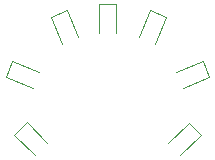
<source format=gbr>
%TF.GenerationSoftware,KiCad,Pcbnew,6.0.11+dfsg-1~bpo11+1*%
%TF.CreationDate,2023-05-08T20:11:07+01:00*%
%TF.ProjectId,gameboy_camera_flash,67616d65-626f-4795-9f63-616d6572615f,rev?*%
%TF.SameCoordinates,Original*%
%TF.FileFunction,Legend,Top*%
%TF.FilePolarity,Positive*%
%FSLAX46Y46*%
G04 Gerber Fmt 4.6, Leading zero omitted, Abs format (unit mm)*
G04 Created by KiCad (PCBNEW 6.0.11+dfsg-1~bpo11+1) date 2023-05-08 20:11:07*
%MOMM*%
%LPD*%
G01*
G04 APERTURE LIST*
%ADD10C,0.120000*%
G04 APERTURE END LIST*
D10*
%TO.C,D7*%
X129454038Y-85085409D02*
X131193521Y-83345926D01*
X130154074Y-82306479D02*
X128414591Y-84045962D01*
X131193521Y-83345926D02*
X130154074Y-82306479D01*
%TO.C,D6*%
X129642169Y-79385198D02*
X131914912Y-78443797D01*
X131352368Y-77085694D02*
X129079624Y-78027095D01*
X131914912Y-78443797D02*
X131352368Y-77085694D01*
%TO.C,D5*%
X127272905Y-75620376D02*
X128214306Y-73347632D01*
X126856203Y-72785088D02*
X125914802Y-75057831D01*
X128214306Y-73347632D02*
X126856203Y-72785088D01*
%TO.C,D4*%
X116427208Y-82287761D02*
X115387761Y-83327208D01*
X115387761Y-83327208D02*
X117127244Y-85066691D01*
X118166691Y-84027244D02*
X116427208Y-82287761D01*
%TO.C,D3*%
X117511981Y-77992247D02*
X115239237Y-77050846D01*
X114676693Y-78408949D02*
X116949436Y-79350350D01*
X115239237Y-77050846D02*
X114676693Y-78408949D01*
%TO.C,D2*%
X120785198Y-75057831D02*
X119843797Y-72785088D01*
X118485694Y-73347632D02*
X119427095Y-75620376D01*
X119843797Y-72785088D02*
X118485694Y-73347632D01*
%TO.C,D1*%
X124035000Y-74725000D02*
X124035000Y-72265000D01*
X122565000Y-72265000D02*
X122565000Y-74725000D01*
X124035000Y-72265000D02*
X122565000Y-72265000D01*
%TD*%
M02*

</source>
